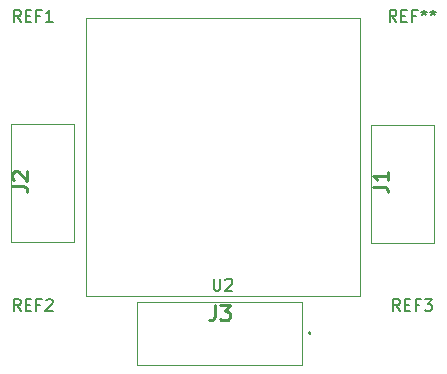
<source format=gto>
G04 #@! TF.GenerationSoftware,KiCad,Pcbnew,(5.1.2)-1*
G04 #@! TF.CreationDate,2020-12-05T14:01:01+09:00*
G04 #@! TF.ProjectId,M5Atom_CAN,4d354174-6f6d-45f4-9341-4e2e6b696361,rev?*
G04 #@! TF.SameCoordinates,Original*
G04 #@! TF.FileFunction,Legend,Top*
G04 #@! TF.FilePolarity,Positive*
%FSLAX46Y46*%
G04 Gerber Fmt 4.6, Leading zero omitted, Abs format (unit mm)*
G04 Created by KiCad (PCBNEW (5.1.2)-1) date 2020-12-05 14:01:01*
%MOMM*%
%LPD*%
G04 APERTURE LIST*
%ADD10C,0.100000*%
%ADD11C,0.120000*%
%ADD12C,0.200000*%
%ADD13C,0.254000*%
%ADD14C,0.150000*%
G04 APERTURE END LIST*
D10*
X168000000Y-128492000D02*
X162700000Y-128492000D01*
X168000000Y-118492000D02*
X168000000Y-128492000D01*
X162700000Y-118492000D02*
X168000000Y-118492000D01*
X162700000Y-128492000D02*
X162700000Y-118492000D01*
D11*
X138520000Y-109440000D02*
X138520000Y-133007000D01*
X161719400Y-133007000D02*
X138520000Y-133007000D01*
X161719400Y-109440000D02*
X161719400Y-133007000D01*
X138520000Y-109440000D02*
X161719400Y-109440000D01*
D12*
X157476000Y-136044000D02*
G75*
G02X157476000Y-136244000I0J-100000D01*
G01*
X157476000Y-136244000D02*
G75*
G02X157476000Y-136044000I0J100000D01*
G01*
X157476000Y-136244000D02*
X157476000Y-136244000D01*
X157476000Y-136044000D02*
X157476000Y-136044000D01*
D10*
X142876000Y-138794000D02*
X142876000Y-133494000D01*
X156876000Y-138794000D02*
X142876000Y-138794000D01*
X156876000Y-133494000D02*
X156876000Y-138794000D01*
X142876000Y-133494000D02*
X156876000Y-133494000D01*
X137520000Y-128396000D02*
X132220000Y-128396000D01*
X137520000Y-118396000D02*
X137520000Y-128396000D01*
X132220000Y-118396000D02*
X137520000Y-118396000D01*
X132220000Y-128396000D02*
X132220000Y-118396000D01*
D13*
X162844523Y-123745333D02*
X163751666Y-123745333D01*
X163933095Y-123805809D01*
X164054047Y-123926761D01*
X164114523Y-124108190D01*
X164114523Y-124229142D01*
X164114523Y-122475333D02*
X164114523Y-123201047D01*
X164114523Y-122838190D02*
X162844523Y-122838190D01*
X163025952Y-122959142D01*
X163146904Y-123080095D01*
X163207380Y-123201047D01*
D14*
X149358095Y-131532380D02*
X149358095Y-132341904D01*
X149405714Y-132437142D01*
X149453333Y-132484761D01*
X149548571Y-132532380D01*
X149739047Y-132532380D01*
X149834285Y-132484761D01*
X149881904Y-132437142D01*
X149929523Y-132341904D01*
X149929523Y-131532380D01*
X150358095Y-131627619D02*
X150405714Y-131580000D01*
X150500952Y-131532380D01*
X150739047Y-131532380D01*
X150834285Y-131580000D01*
X150881904Y-131627619D01*
X150929523Y-131722857D01*
X150929523Y-131818095D01*
X150881904Y-131960952D01*
X150310476Y-132532380D01*
X150929523Y-132532380D01*
X133016380Y-109772381D02*
X132683047Y-109296191D01*
X132444952Y-109772381D02*
X132444952Y-108772381D01*
X132825904Y-108772381D01*
X132921142Y-108820001D01*
X132968761Y-108867620D01*
X133016380Y-108962858D01*
X133016380Y-109105715D01*
X132968761Y-109200953D01*
X132921142Y-109248572D01*
X132825904Y-109296191D01*
X132444952Y-109296191D01*
X133444952Y-109248572D02*
X133778285Y-109248572D01*
X133921142Y-109772381D02*
X133444952Y-109772381D01*
X133444952Y-108772381D01*
X133921142Y-108772381D01*
X134683047Y-109248572D02*
X134349714Y-109248572D01*
X134349714Y-109772381D02*
X134349714Y-108772381D01*
X134825904Y-108772381D01*
X135730666Y-109772381D02*
X135159238Y-109772381D01*
X135444952Y-109772381D02*
X135444952Y-108772381D01*
X135349714Y-108915239D01*
X135254476Y-109010477D01*
X135159238Y-109058096D01*
X164830666Y-109772381D02*
X164497333Y-109296191D01*
X164259238Y-109772381D02*
X164259238Y-108772381D01*
X164640190Y-108772381D01*
X164735428Y-108820001D01*
X164783047Y-108867620D01*
X164830666Y-108962858D01*
X164830666Y-109105715D01*
X164783047Y-109200953D01*
X164735428Y-109248572D01*
X164640190Y-109296191D01*
X164259238Y-109296191D01*
X165259238Y-109248572D02*
X165592571Y-109248572D01*
X165735428Y-109772381D02*
X165259238Y-109772381D01*
X165259238Y-108772381D01*
X165735428Y-108772381D01*
X166497333Y-109248572D02*
X166164000Y-109248572D01*
X166164000Y-109772381D02*
X166164000Y-108772381D01*
X166640190Y-108772381D01*
X167164000Y-108772381D02*
X167164000Y-109010477D01*
X166925904Y-108915239D02*
X167164000Y-109010477D01*
X167402095Y-108915239D01*
X167021142Y-109200953D02*
X167164000Y-109010477D01*
X167306857Y-109200953D01*
X167925904Y-108772381D02*
X167925904Y-109010477D01*
X167687809Y-108915239D02*
X167925904Y-109010477D01*
X168164000Y-108915239D01*
X167783047Y-109200953D02*
X167925904Y-109010477D01*
X168068761Y-109200953D01*
X165116380Y-134252379D02*
X164783047Y-133776189D01*
X164544952Y-134252379D02*
X164544952Y-133252379D01*
X164925904Y-133252379D01*
X165021142Y-133299999D01*
X165068761Y-133347618D01*
X165116380Y-133442856D01*
X165116380Y-133585713D01*
X165068761Y-133680951D01*
X165021142Y-133728570D01*
X164925904Y-133776189D01*
X164544952Y-133776189D01*
X165544952Y-133728570D02*
X165878285Y-133728570D01*
X166021142Y-134252379D02*
X165544952Y-134252379D01*
X165544952Y-133252379D01*
X166021142Y-133252379D01*
X166783047Y-133728570D02*
X166449714Y-133728570D01*
X166449714Y-134252379D02*
X166449714Y-133252379D01*
X166925904Y-133252379D01*
X167211619Y-133252379D02*
X167830666Y-133252379D01*
X167497333Y-133633332D01*
X167640190Y-133633332D01*
X167735428Y-133680951D01*
X167783047Y-133728570D01*
X167830666Y-133823808D01*
X167830666Y-134061903D01*
X167783047Y-134157141D01*
X167735428Y-134204760D01*
X167640190Y-134252379D01*
X167354476Y-134252379D01*
X167259238Y-134204760D01*
X167211619Y-134157141D01*
X133016380Y-134252379D02*
X132683047Y-133776189D01*
X132444952Y-134252379D02*
X132444952Y-133252379D01*
X132825904Y-133252379D01*
X132921142Y-133299999D01*
X132968761Y-133347618D01*
X133016380Y-133442856D01*
X133016380Y-133585713D01*
X132968761Y-133680951D01*
X132921142Y-133728570D01*
X132825904Y-133776189D01*
X132444952Y-133776189D01*
X133444952Y-133728570D02*
X133778285Y-133728570D01*
X133921142Y-134252379D02*
X133444952Y-134252379D01*
X133444952Y-133252379D01*
X133921142Y-133252379D01*
X134683047Y-133728570D02*
X134349714Y-133728570D01*
X134349714Y-134252379D02*
X134349714Y-133252379D01*
X134825904Y-133252379D01*
X135159238Y-133347618D02*
X135206857Y-133299999D01*
X135302095Y-133252379D01*
X135540190Y-133252379D01*
X135635428Y-133299999D01*
X135683047Y-133347618D01*
X135730666Y-133442856D01*
X135730666Y-133538094D01*
X135683047Y-133680951D01*
X135111619Y-134252379D01*
X135730666Y-134252379D01*
D13*
X149442666Y-133778523D02*
X149442666Y-134685666D01*
X149382190Y-134867095D01*
X149261238Y-134988047D01*
X149079809Y-135048523D01*
X148958857Y-135048523D01*
X149926476Y-133778523D02*
X150712666Y-133778523D01*
X150289333Y-134262333D01*
X150470761Y-134262333D01*
X150591714Y-134322809D01*
X150652190Y-134383285D01*
X150712666Y-134504238D01*
X150712666Y-134806619D01*
X150652190Y-134927571D01*
X150591714Y-134988047D01*
X150470761Y-135048523D01*
X150107904Y-135048523D01*
X149986952Y-134988047D01*
X149926476Y-134927571D01*
X132304523Y-123709333D02*
X133211666Y-123709333D01*
X133393095Y-123769809D01*
X133514047Y-123890761D01*
X133574523Y-124072190D01*
X133574523Y-124193142D01*
X132425476Y-123165047D02*
X132365000Y-123104571D01*
X132304523Y-122983619D01*
X132304523Y-122681238D01*
X132365000Y-122560285D01*
X132425476Y-122499809D01*
X132546428Y-122439333D01*
X132667380Y-122439333D01*
X132848809Y-122499809D01*
X133574523Y-123225523D01*
X133574523Y-122439333D01*
M02*

</source>
